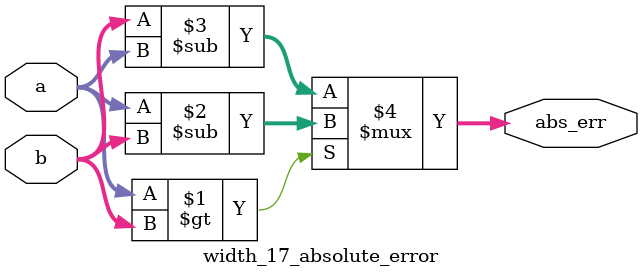
<source format=v>
module width_17_absolute_error(a, b, abs_err);
parameter _bit = 17;
input [_bit - 1: 0] a;
input [_bit - 1: 0] b;
output reg [_bit - 1: 0] abs_err;
assign abs_err = (a > b)? (a - b): (b - a);
endmodule

</source>
